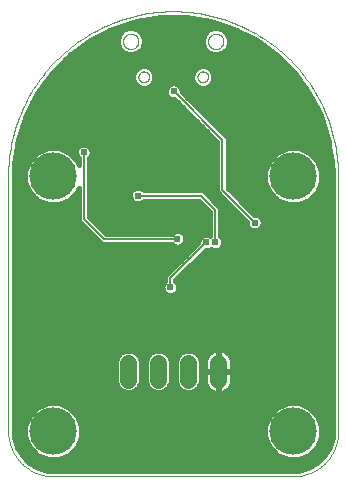
<source format=gbl>
G75*
%MOIN*%
%OFA0B0*%
%FSLAX25Y25*%
%IPPOS*%
%LPD*%
%AMOC8*
5,1,8,0,0,1.08239X$1,22.5*
%
%ADD10C,0.00000*%
%ADD11C,0.05543*%
%ADD12C,0.15811*%
%ADD13C,0.00600*%
%ADD14C,0.02400*%
%ADD15C,0.01600*%
D10*
X0021800Y0019006D02*
X0101800Y0019006D01*
X0102162Y0019010D01*
X0102525Y0019024D01*
X0102887Y0019045D01*
X0103248Y0019076D01*
X0103608Y0019115D01*
X0103967Y0019163D01*
X0104325Y0019220D01*
X0104682Y0019285D01*
X0105037Y0019359D01*
X0105390Y0019442D01*
X0105741Y0019533D01*
X0106089Y0019632D01*
X0106435Y0019740D01*
X0106779Y0019856D01*
X0107119Y0019981D01*
X0107456Y0020113D01*
X0107790Y0020254D01*
X0108121Y0020403D01*
X0108448Y0020560D01*
X0108771Y0020724D01*
X0109090Y0020896D01*
X0109404Y0021076D01*
X0109715Y0021264D01*
X0110020Y0021459D01*
X0110321Y0021661D01*
X0110617Y0021871D01*
X0110907Y0022087D01*
X0111193Y0022311D01*
X0111473Y0022541D01*
X0111747Y0022778D01*
X0112015Y0023022D01*
X0112278Y0023272D01*
X0112534Y0023528D01*
X0112784Y0023791D01*
X0113028Y0024059D01*
X0113265Y0024333D01*
X0113495Y0024613D01*
X0113719Y0024899D01*
X0113935Y0025189D01*
X0114145Y0025485D01*
X0114347Y0025786D01*
X0114542Y0026091D01*
X0114730Y0026402D01*
X0114910Y0026716D01*
X0115082Y0027035D01*
X0115246Y0027358D01*
X0115403Y0027685D01*
X0115552Y0028016D01*
X0115693Y0028350D01*
X0115825Y0028687D01*
X0115950Y0029027D01*
X0116066Y0029371D01*
X0116174Y0029717D01*
X0116273Y0030065D01*
X0116364Y0030416D01*
X0116447Y0030769D01*
X0116521Y0031124D01*
X0116586Y0031481D01*
X0116643Y0031839D01*
X0116691Y0032198D01*
X0116730Y0032558D01*
X0116761Y0032919D01*
X0116782Y0033281D01*
X0116796Y0033644D01*
X0116800Y0034006D01*
X0116800Y0119006D01*
X0073414Y0164006D02*
X0073416Y0164107D01*
X0073422Y0164208D01*
X0073432Y0164309D01*
X0073446Y0164409D01*
X0073464Y0164508D01*
X0073486Y0164607D01*
X0073511Y0164705D01*
X0073541Y0164802D01*
X0073574Y0164897D01*
X0073611Y0164991D01*
X0073652Y0165084D01*
X0073696Y0165175D01*
X0073744Y0165264D01*
X0073796Y0165351D01*
X0073851Y0165436D01*
X0073909Y0165518D01*
X0073970Y0165599D01*
X0074035Y0165677D01*
X0074102Y0165752D01*
X0074172Y0165824D01*
X0074246Y0165894D01*
X0074322Y0165961D01*
X0074400Y0166025D01*
X0074481Y0166085D01*
X0074564Y0166142D01*
X0074650Y0166196D01*
X0074738Y0166247D01*
X0074827Y0166294D01*
X0074918Y0166338D01*
X0075011Y0166377D01*
X0075106Y0166414D01*
X0075201Y0166446D01*
X0075298Y0166475D01*
X0075397Y0166499D01*
X0075495Y0166520D01*
X0075595Y0166537D01*
X0075695Y0166550D01*
X0075796Y0166559D01*
X0075897Y0166564D01*
X0075998Y0166565D01*
X0076099Y0166562D01*
X0076200Y0166555D01*
X0076301Y0166544D01*
X0076401Y0166529D01*
X0076500Y0166510D01*
X0076599Y0166487D01*
X0076696Y0166461D01*
X0076793Y0166430D01*
X0076888Y0166396D01*
X0076981Y0166358D01*
X0077074Y0166316D01*
X0077164Y0166271D01*
X0077253Y0166222D01*
X0077339Y0166170D01*
X0077423Y0166114D01*
X0077506Y0166055D01*
X0077585Y0165993D01*
X0077663Y0165928D01*
X0077737Y0165860D01*
X0077809Y0165788D01*
X0077878Y0165715D01*
X0077944Y0165638D01*
X0078007Y0165559D01*
X0078067Y0165477D01*
X0078123Y0165393D01*
X0078176Y0165307D01*
X0078226Y0165219D01*
X0078272Y0165129D01*
X0078315Y0165038D01*
X0078354Y0164944D01*
X0078389Y0164849D01*
X0078420Y0164753D01*
X0078448Y0164656D01*
X0078472Y0164558D01*
X0078492Y0164459D01*
X0078508Y0164359D01*
X0078520Y0164258D01*
X0078528Y0164158D01*
X0078532Y0164057D01*
X0078532Y0163955D01*
X0078528Y0163854D01*
X0078520Y0163754D01*
X0078508Y0163653D01*
X0078492Y0163553D01*
X0078472Y0163454D01*
X0078448Y0163356D01*
X0078420Y0163259D01*
X0078389Y0163163D01*
X0078354Y0163068D01*
X0078315Y0162974D01*
X0078272Y0162883D01*
X0078226Y0162793D01*
X0078176Y0162705D01*
X0078123Y0162619D01*
X0078067Y0162535D01*
X0078007Y0162453D01*
X0077944Y0162374D01*
X0077878Y0162297D01*
X0077809Y0162224D01*
X0077737Y0162152D01*
X0077663Y0162084D01*
X0077585Y0162019D01*
X0077506Y0161957D01*
X0077423Y0161898D01*
X0077339Y0161842D01*
X0077252Y0161790D01*
X0077164Y0161741D01*
X0077074Y0161696D01*
X0076981Y0161654D01*
X0076888Y0161616D01*
X0076793Y0161582D01*
X0076696Y0161551D01*
X0076599Y0161525D01*
X0076500Y0161502D01*
X0076401Y0161483D01*
X0076301Y0161468D01*
X0076200Y0161457D01*
X0076099Y0161450D01*
X0075998Y0161447D01*
X0075897Y0161448D01*
X0075796Y0161453D01*
X0075695Y0161462D01*
X0075595Y0161475D01*
X0075495Y0161492D01*
X0075397Y0161513D01*
X0075298Y0161537D01*
X0075201Y0161566D01*
X0075106Y0161598D01*
X0075011Y0161635D01*
X0074918Y0161674D01*
X0074827Y0161718D01*
X0074738Y0161765D01*
X0074650Y0161816D01*
X0074564Y0161870D01*
X0074481Y0161927D01*
X0074400Y0161987D01*
X0074322Y0162051D01*
X0074246Y0162118D01*
X0074172Y0162188D01*
X0074102Y0162260D01*
X0074035Y0162335D01*
X0073970Y0162413D01*
X0073909Y0162494D01*
X0073851Y0162576D01*
X0073796Y0162661D01*
X0073744Y0162748D01*
X0073696Y0162837D01*
X0073652Y0162928D01*
X0073611Y0163021D01*
X0073574Y0163115D01*
X0073541Y0163210D01*
X0073511Y0163307D01*
X0073486Y0163405D01*
X0073464Y0163504D01*
X0073446Y0163603D01*
X0073432Y0163703D01*
X0073422Y0163804D01*
X0073416Y0163905D01*
X0073414Y0164006D01*
X0069871Y0152195D02*
X0069873Y0152279D01*
X0069879Y0152362D01*
X0069889Y0152445D01*
X0069903Y0152528D01*
X0069920Y0152610D01*
X0069942Y0152691D01*
X0069967Y0152770D01*
X0069996Y0152849D01*
X0070029Y0152926D01*
X0070065Y0153001D01*
X0070105Y0153075D01*
X0070148Y0153147D01*
X0070195Y0153216D01*
X0070245Y0153283D01*
X0070298Y0153348D01*
X0070354Y0153410D01*
X0070412Y0153470D01*
X0070474Y0153527D01*
X0070538Y0153580D01*
X0070605Y0153631D01*
X0070674Y0153678D01*
X0070745Y0153723D01*
X0070818Y0153763D01*
X0070893Y0153800D01*
X0070970Y0153834D01*
X0071048Y0153864D01*
X0071127Y0153890D01*
X0071208Y0153913D01*
X0071290Y0153931D01*
X0071372Y0153946D01*
X0071455Y0153957D01*
X0071538Y0153964D01*
X0071622Y0153967D01*
X0071706Y0153966D01*
X0071789Y0153961D01*
X0071873Y0153952D01*
X0071955Y0153939D01*
X0072037Y0153923D01*
X0072118Y0153902D01*
X0072199Y0153878D01*
X0072277Y0153850D01*
X0072355Y0153818D01*
X0072431Y0153782D01*
X0072505Y0153743D01*
X0072577Y0153701D01*
X0072647Y0153655D01*
X0072715Y0153606D01*
X0072780Y0153554D01*
X0072843Y0153499D01*
X0072903Y0153441D01*
X0072961Y0153380D01*
X0073015Y0153316D01*
X0073067Y0153250D01*
X0073115Y0153182D01*
X0073160Y0153111D01*
X0073201Y0153038D01*
X0073240Y0152964D01*
X0073274Y0152888D01*
X0073305Y0152810D01*
X0073332Y0152731D01*
X0073356Y0152650D01*
X0073375Y0152569D01*
X0073391Y0152487D01*
X0073403Y0152404D01*
X0073411Y0152320D01*
X0073415Y0152237D01*
X0073415Y0152153D01*
X0073411Y0152070D01*
X0073403Y0151986D01*
X0073391Y0151903D01*
X0073375Y0151821D01*
X0073356Y0151740D01*
X0073332Y0151659D01*
X0073305Y0151580D01*
X0073274Y0151502D01*
X0073240Y0151426D01*
X0073201Y0151352D01*
X0073160Y0151279D01*
X0073115Y0151208D01*
X0073067Y0151140D01*
X0073015Y0151074D01*
X0072961Y0151010D01*
X0072903Y0150949D01*
X0072843Y0150891D01*
X0072780Y0150836D01*
X0072715Y0150784D01*
X0072647Y0150735D01*
X0072577Y0150689D01*
X0072505Y0150647D01*
X0072431Y0150608D01*
X0072355Y0150572D01*
X0072277Y0150540D01*
X0072199Y0150512D01*
X0072118Y0150488D01*
X0072037Y0150467D01*
X0071955Y0150451D01*
X0071873Y0150438D01*
X0071789Y0150429D01*
X0071706Y0150424D01*
X0071622Y0150423D01*
X0071538Y0150426D01*
X0071455Y0150433D01*
X0071372Y0150444D01*
X0071290Y0150459D01*
X0071208Y0150477D01*
X0071127Y0150500D01*
X0071048Y0150526D01*
X0070970Y0150556D01*
X0070893Y0150590D01*
X0070818Y0150627D01*
X0070745Y0150667D01*
X0070674Y0150712D01*
X0070605Y0150759D01*
X0070538Y0150810D01*
X0070474Y0150863D01*
X0070412Y0150920D01*
X0070354Y0150980D01*
X0070298Y0151042D01*
X0070245Y0151107D01*
X0070195Y0151174D01*
X0070148Y0151243D01*
X0070105Y0151315D01*
X0070065Y0151389D01*
X0070029Y0151464D01*
X0069996Y0151541D01*
X0069967Y0151620D01*
X0069942Y0151699D01*
X0069920Y0151780D01*
X0069903Y0151862D01*
X0069889Y0151945D01*
X0069879Y0152028D01*
X0069873Y0152111D01*
X0069871Y0152195D01*
X0050185Y0152195D02*
X0050187Y0152279D01*
X0050193Y0152362D01*
X0050203Y0152445D01*
X0050217Y0152528D01*
X0050234Y0152610D01*
X0050256Y0152691D01*
X0050281Y0152770D01*
X0050310Y0152849D01*
X0050343Y0152926D01*
X0050379Y0153001D01*
X0050419Y0153075D01*
X0050462Y0153147D01*
X0050509Y0153216D01*
X0050559Y0153283D01*
X0050612Y0153348D01*
X0050668Y0153410D01*
X0050726Y0153470D01*
X0050788Y0153527D01*
X0050852Y0153580D01*
X0050919Y0153631D01*
X0050988Y0153678D01*
X0051059Y0153723D01*
X0051132Y0153763D01*
X0051207Y0153800D01*
X0051284Y0153834D01*
X0051362Y0153864D01*
X0051441Y0153890D01*
X0051522Y0153913D01*
X0051604Y0153931D01*
X0051686Y0153946D01*
X0051769Y0153957D01*
X0051852Y0153964D01*
X0051936Y0153967D01*
X0052020Y0153966D01*
X0052103Y0153961D01*
X0052187Y0153952D01*
X0052269Y0153939D01*
X0052351Y0153923D01*
X0052432Y0153902D01*
X0052513Y0153878D01*
X0052591Y0153850D01*
X0052669Y0153818D01*
X0052745Y0153782D01*
X0052819Y0153743D01*
X0052891Y0153701D01*
X0052961Y0153655D01*
X0053029Y0153606D01*
X0053094Y0153554D01*
X0053157Y0153499D01*
X0053217Y0153441D01*
X0053275Y0153380D01*
X0053329Y0153316D01*
X0053381Y0153250D01*
X0053429Y0153182D01*
X0053474Y0153111D01*
X0053515Y0153038D01*
X0053554Y0152964D01*
X0053588Y0152888D01*
X0053619Y0152810D01*
X0053646Y0152731D01*
X0053670Y0152650D01*
X0053689Y0152569D01*
X0053705Y0152487D01*
X0053717Y0152404D01*
X0053725Y0152320D01*
X0053729Y0152237D01*
X0053729Y0152153D01*
X0053725Y0152070D01*
X0053717Y0151986D01*
X0053705Y0151903D01*
X0053689Y0151821D01*
X0053670Y0151740D01*
X0053646Y0151659D01*
X0053619Y0151580D01*
X0053588Y0151502D01*
X0053554Y0151426D01*
X0053515Y0151352D01*
X0053474Y0151279D01*
X0053429Y0151208D01*
X0053381Y0151140D01*
X0053329Y0151074D01*
X0053275Y0151010D01*
X0053217Y0150949D01*
X0053157Y0150891D01*
X0053094Y0150836D01*
X0053029Y0150784D01*
X0052961Y0150735D01*
X0052891Y0150689D01*
X0052819Y0150647D01*
X0052745Y0150608D01*
X0052669Y0150572D01*
X0052591Y0150540D01*
X0052513Y0150512D01*
X0052432Y0150488D01*
X0052351Y0150467D01*
X0052269Y0150451D01*
X0052187Y0150438D01*
X0052103Y0150429D01*
X0052020Y0150424D01*
X0051936Y0150423D01*
X0051852Y0150426D01*
X0051769Y0150433D01*
X0051686Y0150444D01*
X0051604Y0150459D01*
X0051522Y0150477D01*
X0051441Y0150500D01*
X0051362Y0150526D01*
X0051284Y0150556D01*
X0051207Y0150590D01*
X0051132Y0150627D01*
X0051059Y0150667D01*
X0050988Y0150712D01*
X0050919Y0150759D01*
X0050852Y0150810D01*
X0050788Y0150863D01*
X0050726Y0150920D01*
X0050668Y0150980D01*
X0050612Y0151042D01*
X0050559Y0151107D01*
X0050509Y0151174D01*
X0050462Y0151243D01*
X0050419Y0151315D01*
X0050379Y0151389D01*
X0050343Y0151464D01*
X0050310Y0151541D01*
X0050281Y0151620D01*
X0050256Y0151699D01*
X0050234Y0151780D01*
X0050217Y0151862D01*
X0050203Y0151945D01*
X0050193Y0152028D01*
X0050187Y0152111D01*
X0050185Y0152195D01*
X0045068Y0164006D02*
X0045070Y0164107D01*
X0045076Y0164208D01*
X0045086Y0164309D01*
X0045100Y0164409D01*
X0045118Y0164508D01*
X0045140Y0164607D01*
X0045165Y0164705D01*
X0045195Y0164802D01*
X0045228Y0164897D01*
X0045265Y0164991D01*
X0045306Y0165084D01*
X0045350Y0165175D01*
X0045398Y0165264D01*
X0045450Y0165351D01*
X0045505Y0165436D01*
X0045563Y0165518D01*
X0045624Y0165599D01*
X0045689Y0165677D01*
X0045756Y0165752D01*
X0045826Y0165824D01*
X0045900Y0165894D01*
X0045976Y0165961D01*
X0046054Y0166025D01*
X0046135Y0166085D01*
X0046218Y0166142D01*
X0046304Y0166196D01*
X0046392Y0166247D01*
X0046481Y0166294D01*
X0046572Y0166338D01*
X0046665Y0166377D01*
X0046760Y0166414D01*
X0046855Y0166446D01*
X0046952Y0166475D01*
X0047051Y0166499D01*
X0047149Y0166520D01*
X0047249Y0166537D01*
X0047349Y0166550D01*
X0047450Y0166559D01*
X0047551Y0166564D01*
X0047652Y0166565D01*
X0047753Y0166562D01*
X0047854Y0166555D01*
X0047955Y0166544D01*
X0048055Y0166529D01*
X0048154Y0166510D01*
X0048253Y0166487D01*
X0048350Y0166461D01*
X0048447Y0166430D01*
X0048542Y0166396D01*
X0048635Y0166358D01*
X0048728Y0166316D01*
X0048818Y0166271D01*
X0048907Y0166222D01*
X0048993Y0166170D01*
X0049077Y0166114D01*
X0049160Y0166055D01*
X0049239Y0165993D01*
X0049317Y0165928D01*
X0049391Y0165860D01*
X0049463Y0165788D01*
X0049532Y0165715D01*
X0049598Y0165638D01*
X0049661Y0165559D01*
X0049721Y0165477D01*
X0049777Y0165393D01*
X0049830Y0165307D01*
X0049880Y0165219D01*
X0049926Y0165129D01*
X0049969Y0165038D01*
X0050008Y0164944D01*
X0050043Y0164849D01*
X0050074Y0164753D01*
X0050102Y0164656D01*
X0050126Y0164558D01*
X0050146Y0164459D01*
X0050162Y0164359D01*
X0050174Y0164258D01*
X0050182Y0164158D01*
X0050186Y0164057D01*
X0050186Y0163955D01*
X0050182Y0163854D01*
X0050174Y0163754D01*
X0050162Y0163653D01*
X0050146Y0163553D01*
X0050126Y0163454D01*
X0050102Y0163356D01*
X0050074Y0163259D01*
X0050043Y0163163D01*
X0050008Y0163068D01*
X0049969Y0162974D01*
X0049926Y0162883D01*
X0049880Y0162793D01*
X0049830Y0162705D01*
X0049777Y0162619D01*
X0049721Y0162535D01*
X0049661Y0162453D01*
X0049598Y0162374D01*
X0049532Y0162297D01*
X0049463Y0162224D01*
X0049391Y0162152D01*
X0049317Y0162084D01*
X0049239Y0162019D01*
X0049160Y0161957D01*
X0049077Y0161898D01*
X0048993Y0161842D01*
X0048906Y0161790D01*
X0048818Y0161741D01*
X0048728Y0161696D01*
X0048635Y0161654D01*
X0048542Y0161616D01*
X0048447Y0161582D01*
X0048350Y0161551D01*
X0048253Y0161525D01*
X0048154Y0161502D01*
X0048055Y0161483D01*
X0047955Y0161468D01*
X0047854Y0161457D01*
X0047753Y0161450D01*
X0047652Y0161447D01*
X0047551Y0161448D01*
X0047450Y0161453D01*
X0047349Y0161462D01*
X0047249Y0161475D01*
X0047149Y0161492D01*
X0047051Y0161513D01*
X0046952Y0161537D01*
X0046855Y0161566D01*
X0046760Y0161598D01*
X0046665Y0161635D01*
X0046572Y0161674D01*
X0046481Y0161718D01*
X0046392Y0161765D01*
X0046304Y0161816D01*
X0046218Y0161870D01*
X0046135Y0161927D01*
X0046054Y0161987D01*
X0045976Y0162051D01*
X0045900Y0162118D01*
X0045826Y0162188D01*
X0045756Y0162260D01*
X0045689Y0162335D01*
X0045624Y0162413D01*
X0045563Y0162494D01*
X0045505Y0162576D01*
X0045450Y0162661D01*
X0045398Y0162748D01*
X0045350Y0162837D01*
X0045306Y0162928D01*
X0045265Y0163021D01*
X0045228Y0163115D01*
X0045195Y0163210D01*
X0045165Y0163307D01*
X0045140Y0163405D01*
X0045118Y0163504D01*
X0045100Y0163603D01*
X0045086Y0163703D01*
X0045076Y0163804D01*
X0045070Y0163905D01*
X0045068Y0164006D01*
X0006800Y0119006D02*
X0006816Y0120345D01*
X0006865Y0121684D01*
X0006947Y0123021D01*
X0007061Y0124355D01*
X0007207Y0125687D01*
X0007386Y0127014D01*
X0007597Y0128337D01*
X0007841Y0129654D01*
X0008116Y0130965D01*
X0008423Y0132268D01*
X0008762Y0133564D01*
X0009132Y0134851D01*
X0009533Y0136129D01*
X0009966Y0137397D01*
X0010429Y0138654D01*
X0010923Y0139899D01*
X0011447Y0141132D01*
X0012000Y0142351D01*
X0012584Y0143557D01*
X0013196Y0144748D01*
X0013837Y0145924D01*
X0014507Y0147084D01*
X0015205Y0148227D01*
X0015930Y0149353D01*
X0016683Y0150461D01*
X0017462Y0151551D01*
X0018268Y0152621D01*
X0019099Y0153671D01*
X0019956Y0154700D01*
X0020838Y0155709D01*
X0021743Y0156695D01*
X0022673Y0157659D01*
X0023626Y0158601D01*
X0024601Y0159519D01*
X0025599Y0160412D01*
X0026618Y0161282D01*
X0027658Y0162126D01*
X0028718Y0162944D01*
X0029798Y0163737D01*
X0030896Y0164503D01*
X0032014Y0165242D01*
X0033148Y0165954D01*
X0034300Y0166637D01*
X0035468Y0167293D01*
X0036652Y0167920D01*
X0037850Y0168518D01*
X0039063Y0169086D01*
X0040289Y0169625D01*
X0041528Y0170134D01*
X0042779Y0170612D01*
X0044042Y0171060D01*
X0045314Y0171477D01*
X0046597Y0171863D01*
X0047889Y0172218D01*
X0049189Y0172541D01*
X0050496Y0172832D01*
X0051810Y0173091D01*
X0053130Y0173318D01*
X0054455Y0173513D01*
X0055785Y0173676D01*
X0057118Y0173806D01*
X0058453Y0173904D01*
X0059791Y0173969D01*
X0061130Y0174002D01*
X0062470Y0174002D01*
X0063809Y0173969D01*
X0065147Y0173904D01*
X0066482Y0173806D01*
X0067815Y0173676D01*
X0069145Y0173513D01*
X0070470Y0173318D01*
X0071790Y0173091D01*
X0073104Y0172832D01*
X0074411Y0172541D01*
X0075711Y0172218D01*
X0077003Y0171863D01*
X0078286Y0171477D01*
X0079558Y0171060D01*
X0080821Y0170612D01*
X0082072Y0170134D01*
X0083311Y0169625D01*
X0084537Y0169086D01*
X0085750Y0168518D01*
X0086948Y0167920D01*
X0088132Y0167293D01*
X0089300Y0166637D01*
X0090452Y0165954D01*
X0091586Y0165242D01*
X0092704Y0164503D01*
X0093802Y0163737D01*
X0094882Y0162944D01*
X0095942Y0162126D01*
X0096982Y0161282D01*
X0098001Y0160412D01*
X0098999Y0159519D01*
X0099974Y0158601D01*
X0100927Y0157659D01*
X0101857Y0156695D01*
X0102762Y0155709D01*
X0103644Y0154700D01*
X0104501Y0153671D01*
X0105332Y0152621D01*
X0106138Y0151551D01*
X0106917Y0150461D01*
X0107670Y0149353D01*
X0108395Y0148227D01*
X0109093Y0147084D01*
X0109763Y0145924D01*
X0110404Y0144748D01*
X0111016Y0143557D01*
X0111600Y0142351D01*
X0112153Y0141132D01*
X0112677Y0139899D01*
X0113171Y0138654D01*
X0113634Y0137397D01*
X0114067Y0136129D01*
X0114468Y0134851D01*
X0114838Y0133564D01*
X0115177Y0132268D01*
X0115484Y0130965D01*
X0115759Y0129654D01*
X0116003Y0128337D01*
X0116214Y0127014D01*
X0116393Y0125687D01*
X0116539Y0124355D01*
X0116653Y0123021D01*
X0116735Y0121684D01*
X0116784Y0120345D01*
X0116800Y0119006D01*
X0021800Y0019006D02*
X0021438Y0019010D01*
X0021075Y0019024D01*
X0020713Y0019045D01*
X0020352Y0019076D01*
X0019992Y0019115D01*
X0019633Y0019163D01*
X0019275Y0019220D01*
X0018918Y0019285D01*
X0018563Y0019359D01*
X0018210Y0019442D01*
X0017859Y0019533D01*
X0017511Y0019632D01*
X0017165Y0019740D01*
X0016821Y0019856D01*
X0016481Y0019981D01*
X0016144Y0020113D01*
X0015810Y0020254D01*
X0015479Y0020403D01*
X0015152Y0020560D01*
X0014829Y0020724D01*
X0014510Y0020896D01*
X0014196Y0021076D01*
X0013885Y0021264D01*
X0013580Y0021459D01*
X0013279Y0021661D01*
X0012983Y0021871D01*
X0012693Y0022087D01*
X0012407Y0022311D01*
X0012127Y0022541D01*
X0011853Y0022778D01*
X0011585Y0023022D01*
X0011322Y0023272D01*
X0011066Y0023528D01*
X0010816Y0023791D01*
X0010572Y0024059D01*
X0010335Y0024333D01*
X0010105Y0024613D01*
X0009881Y0024899D01*
X0009665Y0025189D01*
X0009455Y0025485D01*
X0009253Y0025786D01*
X0009058Y0026091D01*
X0008870Y0026402D01*
X0008690Y0026716D01*
X0008518Y0027035D01*
X0008354Y0027358D01*
X0008197Y0027685D01*
X0008048Y0028016D01*
X0007907Y0028350D01*
X0007775Y0028687D01*
X0007650Y0029027D01*
X0007534Y0029371D01*
X0007426Y0029717D01*
X0007327Y0030065D01*
X0007236Y0030416D01*
X0007153Y0030769D01*
X0007079Y0031124D01*
X0007014Y0031481D01*
X0006957Y0031839D01*
X0006909Y0032198D01*
X0006870Y0032558D01*
X0006839Y0032919D01*
X0006818Y0033281D01*
X0006804Y0033644D01*
X0006800Y0034006D01*
X0006800Y0119006D01*
D11*
X0046800Y0056778D02*
X0046800Y0051234D01*
X0056800Y0051234D02*
X0056800Y0056778D01*
X0066800Y0056778D02*
X0066800Y0051234D01*
X0076800Y0051234D02*
X0076800Y0056778D01*
D12*
X0101800Y0034006D03*
X0101800Y0119006D03*
X0021800Y0119006D03*
X0021800Y0034006D03*
D13*
X0060800Y0082006D02*
X0060800Y0085006D01*
X0072800Y0097006D01*
X0075800Y0097006D02*
X0075800Y0107806D01*
X0071000Y0112606D01*
X0050000Y0112606D01*
X0038600Y0098206D02*
X0032000Y0104806D01*
X0032000Y0127006D01*
X0038600Y0098206D02*
X0063200Y0098206D01*
X0078200Y0114406D02*
X0089000Y0103606D01*
X0078200Y0114406D02*
X0078200Y0131206D01*
X0062000Y0147406D01*
D14*
X0062000Y0147406D03*
X0051800Y0124006D03*
X0050000Y0112606D03*
X0063200Y0098206D03*
X0072800Y0097006D03*
X0075800Y0097006D03*
X0089000Y0103606D03*
X0060800Y0082006D03*
X0032000Y0127006D03*
D15*
X0011328Y0025970D02*
X0013764Y0023534D01*
X0016749Y0021811D01*
X0020077Y0020919D01*
X0021800Y0020806D01*
X0101800Y0020806D01*
X0103523Y0020919D01*
X0106851Y0021811D01*
X0109836Y0023534D01*
X0112272Y0025970D01*
X0113995Y0028954D01*
X0114887Y0032283D01*
X0115000Y0034006D01*
X0115000Y0119006D01*
X0114836Y0123180D01*
X0113530Y0131425D01*
X0110950Y0139365D01*
X0107160Y0146803D01*
X0102254Y0153557D01*
X0096351Y0159459D01*
X0089597Y0164366D01*
X0082159Y0168156D01*
X0074219Y0170736D01*
X0065974Y0172042D01*
X0057626Y0172042D01*
X0049381Y0170736D01*
X0041441Y0168156D01*
X0034003Y0164366D01*
X0027249Y0159459D01*
X0021346Y0153557D01*
X0016440Y0146803D01*
X0012650Y0139365D01*
X0010070Y0131425D01*
X0008764Y0123180D01*
X0008600Y0119006D01*
X0008600Y0034006D01*
X0008713Y0032283D01*
X0009605Y0028954D01*
X0011328Y0025970D01*
X0011898Y0025400D02*
X0018260Y0025400D01*
X0019949Y0024700D02*
X0016529Y0026117D01*
X0013911Y0028735D01*
X0012494Y0032155D01*
X0012494Y0035857D01*
X0013911Y0039277D01*
X0016529Y0041895D01*
X0019949Y0043311D01*
X0023651Y0043311D01*
X0027071Y0041895D01*
X0029689Y0039277D01*
X0031105Y0035857D01*
X0031105Y0032155D01*
X0029689Y0028735D01*
X0027071Y0026117D01*
X0023651Y0024700D01*
X0019949Y0024700D01*
X0016069Y0022203D02*
X0107531Y0022203D01*
X0105340Y0025400D02*
X0111702Y0025400D01*
X0112866Y0026998D02*
X0107953Y0026998D01*
X0107071Y0026117D02*
X0109689Y0028735D01*
X0111105Y0032155D01*
X0111105Y0035857D01*
X0109689Y0039277D01*
X0107071Y0041895D01*
X0103651Y0043311D01*
X0099949Y0043311D01*
X0096529Y0041895D01*
X0093911Y0039277D01*
X0092494Y0035857D01*
X0092494Y0032155D01*
X0093911Y0028735D01*
X0096529Y0026117D01*
X0099949Y0024700D01*
X0103651Y0024700D01*
X0107071Y0026117D01*
X0109551Y0028597D02*
X0113789Y0028597D01*
X0114328Y0030195D02*
X0110294Y0030195D01*
X0110956Y0031794D02*
X0114756Y0031794D01*
X0114960Y0033393D02*
X0111105Y0033393D01*
X0111105Y0034991D02*
X0115000Y0034991D01*
X0115000Y0036590D02*
X0110802Y0036590D01*
X0110140Y0038188D02*
X0115000Y0038188D01*
X0115000Y0039787D02*
X0109179Y0039787D01*
X0107581Y0041385D02*
X0115000Y0041385D01*
X0115000Y0042984D02*
X0104442Y0042984D01*
X0099158Y0042984D02*
X0024442Y0042984D01*
X0027581Y0041385D02*
X0096019Y0041385D01*
X0094421Y0039787D02*
X0029179Y0039787D01*
X0030140Y0038188D02*
X0093460Y0038188D01*
X0092798Y0036590D02*
X0030802Y0036590D01*
X0031105Y0034991D02*
X0092494Y0034991D01*
X0092494Y0033393D02*
X0031105Y0033393D01*
X0030956Y0031794D02*
X0092644Y0031794D01*
X0093306Y0030195D02*
X0030294Y0030195D01*
X0029551Y0028597D02*
X0094049Y0028597D01*
X0095647Y0026998D02*
X0027953Y0026998D01*
X0025340Y0025400D02*
X0098260Y0025400D01*
X0110103Y0023801D02*
X0013497Y0023801D01*
X0015647Y0026998D02*
X0010734Y0026998D01*
X0009811Y0028597D02*
X0014049Y0028597D01*
X0013306Y0030195D02*
X0009272Y0030195D01*
X0008844Y0031794D02*
X0012644Y0031794D01*
X0012494Y0033393D02*
X0008640Y0033393D01*
X0008600Y0034991D02*
X0012494Y0034991D01*
X0012798Y0036590D02*
X0008600Y0036590D01*
X0008600Y0038188D02*
X0013460Y0038188D01*
X0014421Y0039787D02*
X0008600Y0039787D01*
X0008600Y0041385D02*
X0016019Y0041385D01*
X0019158Y0042984D02*
X0008600Y0042984D01*
X0008600Y0044582D02*
X0115000Y0044582D01*
X0115000Y0046181D02*
X0008600Y0046181D01*
X0008600Y0047779D02*
X0044356Y0047779D01*
X0044437Y0047698D02*
X0045970Y0047063D01*
X0047630Y0047063D01*
X0049163Y0047698D01*
X0050337Y0048871D01*
X0050972Y0050404D01*
X0050972Y0057607D01*
X0050337Y0059141D01*
X0049163Y0060314D01*
X0047630Y0060949D01*
X0045970Y0060949D01*
X0044437Y0060314D01*
X0043263Y0059141D01*
X0042628Y0057607D01*
X0042628Y0050404D01*
X0043263Y0048871D01*
X0044437Y0047698D01*
X0043054Y0049378D02*
X0008600Y0049378D01*
X0008600Y0050976D02*
X0042628Y0050976D01*
X0042628Y0052575D02*
X0008600Y0052575D01*
X0008600Y0054173D02*
X0042628Y0054173D01*
X0042628Y0055772D02*
X0008600Y0055772D01*
X0008600Y0057370D02*
X0042628Y0057370D01*
X0043192Y0058969D02*
X0008600Y0058969D01*
X0008600Y0060567D02*
X0045048Y0060567D01*
X0048552Y0060567D02*
X0055048Y0060567D01*
X0054437Y0060314D02*
X0053263Y0059141D01*
X0052628Y0057607D01*
X0052628Y0050404D01*
X0053263Y0048871D01*
X0054437Y0047698D01*
X0055970Y0047063D01*
X0057630Y0047063D01*
X0059163Y0047698D01*
X0060337Y0048871D01*
X0060972Y0050404D01*
X0060972Y0057607D01*
X0060337Y0059141D01*
X0059163Y0060314D01*
X0057630Y0060949D01*
X0055970Y0060949D01*
X0054437Y0060314D01*
X0053192Y0058969D02*
X0050408Y0058969D01*
X0050972Y0057370D02*
X0052628Y0057370D01*
X0052628Y0055772D02*
X0050972Y0055772D01*
X0050972Y0054173D02*
X0052628Y0054173D01*
X0052628Y0052575D02*
X0050972Y0052575D01*
X0050972Y0050976D02*
X0052628Y0050976D01*
X0053054Y0049378D02*
X0050546Y0049378D01*
X0049244Y0047779D02*
X0054356Y0047779D01*
X0059244Y0047779D02*
X0064356Y0047779D01*
X0064437Y0047698D02*
X0065970Y0047063D01*
X0067630Y0047063D01*
X0069163Y0047698D01*
X0070337Y0048871D01*
X0070972Y0050404D01*
X0070972Y0057607D01*
X0070337Y0059141D01*
X0069163Y0060314D01*
X0067630Y0060949D01*
X0065970Y0060949D01*
X0064437Y0060314D01*
X0063263Y0059141D01*
X0062628Y0057607D01*
X0062628Y0050404D01*
X0063263Y0048871D01*
X0064437Y0047698D01*
X0063054Y0049378D02*
X0060546Y0049378D01*
X0060972Y0050976D02*
X0062628Y0050976D01*
X0062628Y0052575D02*
X0060972Y0052575D01*
X0060972Y0054173D02*
X0062628Y0054173D01*
X0062628Y0055772D02*
X0060972Y0055772D01*
X0060972Y0057370D02*
X0062628Y0057370D01*
X0063192Y0058969D02*
X0060408Y0058969D01*
X0058552Y0060567D02*
X0065048Y0060567D01*
X0068552Y0060567D02*
X0074238Y0060567D01*
X0074404Y0060688D02*
X0073822Y0060265D01*
X0073313Y0059756D01*
X0072890Y0059174D01*
X0072563Y0058532D01*
X0072341Y0057848D01*
X0072228Y0057137D01*
X0072228Y0054092D01*
X0076714Y0054092D01*
X0076714Y0061349D01*
X0076440Y0061349D01*
X0075729Y0061237D01*
X0075045Y0061014D01*
X0074404Y0060688D01*
X0076714Y0060567D02*
X0076886Y0060567D01*
X0076886Y0061349D02*
X0076886Y0054092D01*
X0076714Y0054092D01*
X0076714Y0053920D01*
X0072228Y0053920D01*
X0072228Y0050874D01*
X0072341Y0050164D01*
X0072563Y0049479D01*
X0072890Y0048838D01*
X0073313Y0048256D01*
X0073822Y0047747D01*
X0074404Y0047324D01*
X0075045Y0046998D01*
X0075729Y0046775D01*
X0076440Y0046663D01*
X0076714Y0046663D01*
X0076714Y0053920D01*
X0076886Y0053920D01*
X0076886Y0054092D01*
X0081372Y0054092D01*
X0081372Y0057137D01*
X0081259Y0057848D01*
X0081037Y0058532D01*
X0080710Y0059174D01*
X0080287Y0059756D01*
X0079778Y0060265D01*
X0079196Y0060688D01*
X0078555Y0061014D01*
X0077871Y0061237D01*
X0077160Y0061349D01*
X0076886Y0061349D01*
X0076886Y0058969D02*
X0076714Y0058969D01*
X0076714Y0057370D02*
X0076886Y0057370D01*
X0076886Y0055772D02*
X0076714Y0055772D01*
X0076714Y0054173D02*
X0076886Y0054173D01*
X0076886Y0053920D02*
X0081372Y0053920D01*
X0081372Y0050874D01*
X0081259Y0050164D01*
X0081037Y0049479D01*
X0080710Y0048838D01*
X0080287Y0048256D01*
X0079778Y0047747D01*
X0079196Y0047324D01*
X0078555Y0046998D01*
X0077871Y0046775D01*
X0077160Y0046663D01*
X0076886Y0046663D01*
X0076886Y0053920D01*
X0076886Y0052575D02*
X0076714Y0052575D01*
X0076714Y0050976D02*
X0076886Y0050976D01*
X0076886Y0049378D02*
X0076714Y0049378D01*
X0076714Y0047779D02*
X0076886Y0047779D01*
X0079810Y0047779D02*
X0115000Y0047779D01*
X0115000Y0049378D02*
X0080985Y0049378D01*
X0081372Y0050976D02*
X0115000Y0050976D01*
X0115000Y0052575D02*
X0081372Y0052575D01*
X0081372Y0054173D02*
X0115000Y0054173D01*
X0115000Y0055772D02*
X0081372Y0055772D01*
X0081335Y0057370D02*
X0115000Y0057370D01*
X0115000Y0058969D02*
X0080814Y0058969D01*
X0079362Y0060567D02*
X0115000Y0060567D01*
X0115000Y0062166D02*
X0008600Y0062166D01*
X0008600Y0063764D02*
X0115000Y0063764D01*
X0115000Y0065363D02*
X0008600Y0065363D01*
X0008600Y0066961D02*
X0115000Y0066961D01*
X0115000Y0068560D02*
X0008600Y0068560D01*
X0008600Y0070158D02*
X0115000Y0070158D01*
X0115000Y0071757D02*
X0008600Y0071757D01*
X0008600Y0073355D02*
X0115000Y0073355D01*
X0115000Y0074954D02*
X0008600Y0074954D01*
X0008600Y0076552D02*
X0115000Y0076552D01*
X0115000Y0078151D02*
X0008600Y0078151D01*
X0008600Y0079749D02*
X0059454Y0079749D01*
X0059327Y0079802D02*
X0060283Y0079406D01*
X0061317Y0079406D01*
X0062273Y0079802D01*
X0063004Y0080533D01*
X0063400Y0081489D01*
X0063400Y0082523D01*
X0063004Y0083479D01*
X0062500Y0083983D01*
X0062500Y0084302D01*
X0072604Y0094406D01*
X0073317Y0094406D01*
X0074273Y0094802D01*
X0074300Y0094829D01*
X0074327Y0094802D01*
X0075283Y0094406D01*
X0076317Y0094406D01*
X0077273Y0094802D01*
X0078004Y0095533D01*
X0078400Y0096489D01*
X0078400Y0097523D01*
X0078004Y0098479D01*
X0077500Y0098983D01*
X0077500Y0107102D01*
X0077500Y0108510D01*
X0072700Y0113310D01*
X0071704Y0114306D01*
X0051977Y0114306D01*
X0051473Y0114810D01*
X0050517Y0115206D01*
X0049483Y0115206D01*
X0048527Y0114810D01*
X0047796Y0114079D01*
X0047400Y0113123D01*
X0047400Y0112089D01*
X0047796Y0111133D01*
X0048527Y0110402D01*
X0049483Y0110006D01*
X0050517Y0110006D01*
X0051473Y0110402D01*
X0051977Y0110906D01*
X0070296Y0110906D01*
X0074100Y0107102D01*
X0074100Y0099282D01*
X0073317Y0099606D01*
X0072283Y0099606D01*
X0071327Y0099210D01*
X0070596Y0098479D01*
X0070200Y0097523D01*
X0070200Y0096810D01*
X0060096Y0086706D01*
X0059100Y0085710D01*
X0059100Y0083983D01*
X0058596Y0083479D01*
X0058200Y0082523D01*
X0058200Y0081489D01*
X0058596Y0080533D01*
X0059327Y0079802D01*
X0058258Y0081348D02*
X0008600Y0081348D01*
X0008600Y0082946D02*
X0058375Y0082946D01*
X0059100Y0084545D02*
X0008600Y0084545D01*
X0008600Y0086143D02*
X0059533Y0086143D01*
X0061132Y0087742D02*
X0008600Y0087742D01*
X0008600Y0089340D02*
X0062730Y0089340D01*
X0064329Y0090939D02*
X0008600Y0090939D01*
X0008600Y0092537D02*
X0065927Y0092537D01*
X0067526Y0094136D02*
X0008600Y0094136D01*
X0008600Y0095734D02*
X0062372Y0095734D01*
X0062683Y0095606D02*
X0063717Y0095606D01*
X0064673Y0096002D01*
X0065404Y0096733D01*
X0065800Y0097689D01*
X0065800Y0098723D01*
X0065404Y0099679D01*
X0064673Y0100410D01*
X0063717Y0100806D01*
X0062683Y0100806D01*
X0061727Y0100410D01*
X0061223Y0099906D01*
X0039304Y0099906D01*
X0033700Y0105510D01*
X0033700Y0125029D01*
X0034204Y0125533D01*
X0034600Y0126489D01*
X0034600Y0127523D01*
X0034204Y0128479D01*
X0033473Y0129210D01*
X0032517Y0129606D01*
X0031483Y0129606D01*
X0030527Y0129210D01*
X0029796Y0128479D01*
X0029400Y0127523D01*
X0029400Y0126489D01*
X0029796Y0125533D01*
X0030300Y0125029D01*
X0030300Y0122802D01*
X0029689Y0124277D01*
X0027071Y0126895D01*
X0023651Y0128311D01*
X0019949Y0128311D01*
X0016529Y0126895D01*
X0013911Y0124277D01*
X0012494Y0120857D01*
X0012494Y0117155D01*
X0013911Y0113735D01*
X0016529Y0111117D01*
X0019949Y0109700D01*
X0023651Y0109700D01*
X0027071Y0111117D01*
X0029689Y0113735D01*
X0030300Y0115210D01*
X0030300Y0104102D01*
X0031296Y0103106D01*
X0037896Y0096506D01*
X0061223Y0096506D01*
X0061727Y0096002D01*
X0062683Y0095606D01*
X0064027Y0095734D02*
X0069124Y0095734D01*
X0070200Y0097333D02*
X0065653Y0097333D01*
X0065714Y0098931D02*
X0071049Y0098931D01*
X0074100Y0100530D02*
X0064383Y0100530D01*
X0062017Y0100530D02*
X0038680Y0100530D01*
X0037082Y0102128D02*
X0074100Y0102128D01*
X0074100Y0103727D02*
X0035483Y0103727D01*
X0033885Y0105326D02*
X0074100Y0105326D01*
X0074100Y0106924D02*
X0033700Y0106924D01*
X0033700Y0108523D02*
X0072679Y0108523D01*
X0071081Y0110121D02*
X0050795Y0110121D01*
X0049205Y0110121D02*
X0033700Y0110121D01*
X0033700Y0111720D02*
X0047553Y0111720D01*
X0047481Y0113318D02*
X0033700Y0113318D01*
X0033700Y0114917D02*
X0048784Y0114917D01*
X0051216Y0114917D02*
X0076500Y0114917D01*
X0076500Y0113702D02*
X0086400Y0103802D01*
X0086400Y0103089D01*
X0086796Y0102133D01*
X0087527Y0101402D01*
X0088483Y0101006D01*
X0089517Y0101006D01*
X0090473Y0101402D01*
X0091204Y0102133D01*
X0091600Y0103089D01*
X0091600Y0104123D01*
X0091204Y0105079D01*
X0090473Y0105810D01*
X0089517Y0106206D01*
X0088804Y0106206D01*
X0079900Y0115110D01*
X0079900Y0131910D01*
X0078904Y0132906D01*
X0064600Y0147210D01*
X0064600Y0147923D01*
X0064204Y0148879D01*
X0063473Y0149610D01*
X0062517Y0150006D01*
X0061483Y0150006D01*
X0060527Y0149610D01*
X0059796Y0148879D01*
X0059400Y0147923D01*
X0059400Y0146889D01*
X0059796Y0145933D01*
X0060527Y0145202D01*
X0061483Y0144806D01*
X0062196Y0144806D01*
X0076500Y0130502D01*
X0076500Y0113702D01*
X0076884Y0113318D02*
X0072692Y0113318D01*
X0074290Y0111720D02*
X0078482Y0111720D01*
X0080081Y0110121D02*
X0075889Y0110121D01*
X0077488Y0108523D02*
X0081679Y0108523D01*
X0083278Y0106924D02*
X0077500Y0106924D01*
X0077500Y0105326D02*
X0084876Y0105326D01*
X0086400Y0103727D02*
X0077500Y0103727D01*
X0077500Y0102128D02*
X0086800Y0102128D01*
X0091200Y0102128D02*
X0115000Y0102128D01*
X0115000Y0100530D02*
X0077500Y0100530D01*
X0077551Y0098931D02*
X0115000Y0098931D01*
X0115000Y0097333D02*
X0078400Y0097333D01*
X0078088Y0095734D02*
X0115000Y0095734D01*
X0115000Y0094136D02*
X0072334Y0094136D01*
X0070736Y0092537D02*
X0115000Y0092537D01*
X0115000Y0090939D02*
X0069137Y0090939D01*
X0067539Y0089340D02*
X0115000Y0089340D01*
X0115000Y0087742D02*
X0065940Y0087742D01*
X0064342Y0086143D02*
X0115000Y0086143D01*
X0115000Y0084545D02*
X0062743Y0084545D01*
X0063225Y0082946D02*
X0115000Y0082946D01*
X0115000Y0081348D02*
X0063342Y0081348D01*
X0062146Y0079749D02*
X0115000Y0079749D01*
X0115000Y0103727D02*
X0091600Y0103727D01*
X0090957Y0105326D02*
X0115000Y0105326D01*
X0115000Y0106924D02*
X0088086Y0106924D01*
X0086488Y0108523D02*
X0115000Y0108523D01*
X0115000Y0110121D02*
X0104667Y0110121D01*
X0103651Y0109700D02*
X0107071Y0111117D01*
X0109689Y0113735D01*
X0111105Y0117155D01*
X0111105Y0120857D01*
X0109689Y0124277D01*
X0107071Y0126895D01*
X0103651Y0128311D01*
X0099949Y0128311D01*
X0096529Y0126895D01*
X0093911Y0124277D01*
X0092494Y0120857D01*
X0092494Y0117155D01*
X0093911Y0113735D01*
X0096529Y0111117D01*
X0099949Y0109700D01*
X0103651Y0109700D01*
X0098933Y0110121D02*
X0084889Y0110121D01*
X0083290Y0111720D02*
X0095926Y0111720D01*
X0094328Y0113318D02*
X0081692Y0113318D01*
X0080093Y0114917D02*
X0093422Y0114917D01*
X0092759Y0116515D02*
X0079900Y0116515D01*
X0079900Y0118114D02*
X0092494Y0118114D01*
X0092494Y0119712D02*
X0079900Y0119712D01*
X0079900Y0121311D02*
X0092682Y0121311D01*
X0093345Y0122909D02*
X0079900Y0122909D01*
X0079900Y0124508D02*
X0094142Y0124508D01*
X0095740Y0126106D02*
X0079900Y0126106D01*
X0079900Y0127705D02*
X0098484Y0127705D01*
X0105116Y0127705D02*
X0114119Y0127705D01*
X0113866Y0129303D02*
X0079900Y0129303D01*
X0079900Y0130902D02*
X0113613Y0130902D01*
X0113181Y0132500D02*
X0079310Y0132500D01*
X0077711Y0134099D02*
X0112661Y0134099D01*
X0112142Y0135697D02*
X0076113Y0135697D01*
X0074514Y0137296D02*
X0111623Y0137296D01*
X0111103Y0138894D02*
X0072916Y0138894D01*
X0071317Y0140493D02*
X0110376Y0140493D01*
X0109561Y0142091D02*
X0069719Y0142091D01*
X0068120Y0143690D02*
X0108747Y0143690D01*
X0107932Y0145288D02*
X0066522Y0145288D01*
X0064923Y0146887D02*
X0107099Y0146887D01*
X0105938Y0148485D02*
X0064367Y0148485D01*
X0068615Y0150172D02*
X0069619Y0149167D01*
X0070932Y0148623D01*
X0072353Y0148623D01*
X0073666Y0149167D01*
X0074670Y0150172D01*
X0075214Y0151484D01*
X0075214Y0152905D01*
X0074670Y0154218D01*
X0073666Y0155223D01*
X0072353Y0155767D01*
X0070932Y0155767D01*
X0069619Y0155223D01*
X0068615Y0154218D01*
X0068071Y0152905D01*
X0068071Y0151484D01*
X0068615Y0150172D01*
X0068702Y0150084D02*
X0054898Y0150084D01*
X0054985Y0150172D02*
X0055529Y0151484D01*
X0055529Y0152905D01*
X0054985Y0154218D01*
X0053981Y0155223D01*
X0052668Y0155767D01*
X0051247Y0155767D01*
X0049934Y0155223D01*
X0048930Y0154218D01*
X0048386Y0152905D01*
X0048386Y0151484D01*
X0048930Y0150172D01*
X0049934Y0149167D01*
X0051247Y0148623D01*
X0052668Y0148623D01*
X0053981Y0149167D01*
X0054985Y0150172D01*
X0055529Y0151682D02*
X0068071Y0151682D01*
X0068226Y0153281D02*
X0055374Y0153281D01*
X0054324Y0154879D02*
X0069276Y0154879D01*
X0074009Y0154879D02*
X0100931Y0154879D01*
X0102454Y0153281D02*
X0075059Y0153281D01*
X0075214Y0151682D02*
X0103615Y0151682D01*
X0104777Y0150084D02*
X0074583Y0150084D01*
X0075106Y0159647D02*
X0073504Y0160310D01*
X0072278Y0161537D01*
X0071614Y0163139D01*
X0071614Y0164873D01*
X0072278Y0166475D01*
X0073504Y0167701D01*
X0075106Y0168365D01*
X0076840Y0168365D01*
X0078442Y0167701D01*
X0079669Y0166475D01*
X0080332Y0164873D01*
X0080332Y0163139D01*
X0079669Y0161537D01*
X0078442Y0160310D01*
X0076840Y0159647D01*
X0075106Y0159647D01*
X0075038Y0159675D02*
X0048562Y0159675D01*
X0048494Y0159647D02*
X0050096Y0160310D01*
X0051322Y0161537D01*
X0051986Y0163139D01*
X0051986Y0164873D01*
X0051322Y0166475D01*
X0050096Y0167701D01*
X0048494Y0168365D01*
X0046760Y0168365D01*
X0045158Y0167701D01*
X0043931Y0166475D01*
X0043268Y0164873D01*
X0043268Y0163139D01*
X0043931Y0161537D01*
X0045158Y0160310D01*
X0046760Y0159647D01*
X0048494Y0159647D01*
X0046692Y0159675D02*
X0027546Y0159675D01*
X0025866Y0158076D02*
X0097734Y0158076D01*
X0099332Y0156478D02*
X0024268Y0156478D01*
X0022669Y0154879D02*
X0049591Y0154879D01*
X0048541Y0153281D02*
X0021146Y0153281D01*
X0019985Y0151682D02*
X0048386Y0151682D01*
X0049017Y0150084D02*
X0018823Y0150084D01*
X0017662Y0148485D02*
X0059633Y0148485D01*
X0059401Y0146887D02*
X0016501Y0146887D01*
X0015668Y0145288D02*
X0060441Y0145288D01*
X0063312Y0143690D02*
X0014853Y0143690D01*
X0014039Y0142091D02*
X0064910Y0142091D01*
X0066509Y0140493D02*
X0013224Y0140493D01*
X0012497Y0138894D02*
X0068107Y0138894D01*
X0069706Y0137296D02*
X0011977Y0137296D01*
X0011458Y0135697D02*
X0071305Y0135697D01*
X0072903Y0134099D02*
X0010939Y0134099D01*
X0010419Y0132500D02*
X0074502Y0132500D01*
X0076100Y0130902D02*
X0009987Y0130902D01*
X0009734Y0129303D02*
X0030752Y0129303D01*
X0029475Y0127705D02*
X0025116Y0127705D01*
X0027860Y0126106D02*
X0029558Y0126106D01*
X0029458Y0124508D02*
X0030300Y0124508D01*
X0030255Y0122909D02*
X0030300Y0122909D01*
X0033700Y0122909D02*
X0076500Y0122909D01*
X0076500Y0121311D02*
X0033700Y0121311D01*
X0033700Y0119712D02*
X0076500Y0119712D01*
X0076500Y0118114D02*
X0033700Y0118114D01*
X0033700Y0116515D02*
X0076500Y0116515D01*
X0076500Y0124508D02*
X0033700Y0124508D01*
X0034442Y0126106D02*
X0076500Y0126106D01*
X0076500Y0127705D02*
X0034525Y0127705D01*
X0033248Y0129303D02*
X0076500Y0129303D01*
X0076908Y0159675D02*
X0096054Y0159675D01*
X0093854Y0161273D02*
X0079405Y0161273D01*
X0080222Y0162872D02*
X0091654Y0162872D01*
X0089393Y0164470D02*
X0080332Y0164470D01*
X0079837Y0166069D02*
X0086255Y0166069D01*
X0083118Y0167667D02*
X0078476Y0167667D01*
X0078744Y0169266D02*
X0044856Y0169266D01*
X0045124Y0167667D02*
X0040482Y0167667D01*
X0037345Y0166069D02*
X0043763Y0166069D01*
X0043268Y0164470D02*
X0034207Y0164470D01*
X0031946Y0162872D02*
X0043378Y0162872D01*
X0044195Y0161273D02*
X0029746Y0161273D01*
X0050130Y0167667D02*
X0073470Y0167667D01*
X0072110Y0166069D02*
X0051490Y0166069D01*
X0051986Y0164470D02*
X0071614Y0164470D01*
X0071725Y0162872D02*
X0051875Y0162872D01*
X0051059Y0161273D02*
X0072541Y0161273D01*
X0073408Y0170864D02*
X0050192Y0170864D01*
X0018484Y0127705D02*
X0009481Y0127705D01*
X0009227Y0126106D02*
X0015740Y0126106D01*
X0014142Y0124508D02*
X0008974Y0124508D01*
X0008753Y0122909D02*
X0013345Y0122909D01*
X0012682Y0121311D02*
X0008691Y0121311D01*
X0008628Y0119712D02*
X0012494Y0119712D01*
X0012494Y0118114D02*
X0008600Y0118114D01*
X0008600Y0116515D02*
X0012759Y0116515D01*
X0013422Y0114917D02*
X0008600Y0114917D01*
X0008600Y0113318D02*
X0014328Y0113318D01*
X0015926Y0111720D02*
X0008600Y0111720D01*
X0008600Y0110121D02*
X0018933Y0110121D01*
X0024667Y0110121D02*
X0030300Y0110121D01*
X0030300Y0108523D02*
X0008600Y0108523D01*
X0008600Y0106924D02*
X0030300Y0106924D01*
X0030300Y0105326D02*
X0008600Y0105326D01*
X0008600Y0103727D02*
X0030675Y0103727D01*
X0032273Y0102128D02*
X0008600Y0102128D01*
X0008600Y0100530D02*
X0033872Y0100530D01*
X0035470Y0098931D02*
X0008600Y0098931D01*
X0008600Y0097333D02*
X0037069Y0097333D01*
X0030300Y0111720D02*
X0027674Y0111720D01*
X0029272Y0113318D02*
X0030300Y0113318D01*
X0030300Y0114917D02*
X0030178Y0114917D01*
X0070408Y0058969D02*
X0072786Y0058969D01*
X0072265Y0057370D02*
X0070972Y0057370D01*
X0070972Y0055772D02*
X0072228Y0055772D01*
X0072228Y0054173D02*
X0070972Y0054173D01*
X0070972Y0052575D02*
X0072228Y0052575D01*
X0072228Y0050976D02*
X0070972Y0050976D01*
X0070546Y0049378D02*
X0072615Y0049378D01*
X0073790Y0047779D02*
X0069244Y0047779D01*
X0107674Y0111720D02*
X0115000Y0111720D01*
X0115000Y0113318D02*
X0109272Y0113318D01*
X0110178Y0114917D02*
X0115000Y0114917D01*
X0115000Y0116515D02*
X0110840Y0116515D01*
X0111105Y0118114D02*
X0115000Y0118114D01*
X0114972Y0119712D02*
X0111105Y0119712D01*
X0110918Y0121311D02*
X0114909Y0121311D01*
X0114847Y0122909D02*
X0110255Y0122909D01*
X0109458Y0124508D02*
X0114626Y0124508D01*
X0114373Y0126106D02*
X0107860Y0126106D01*
M02*

</source>
